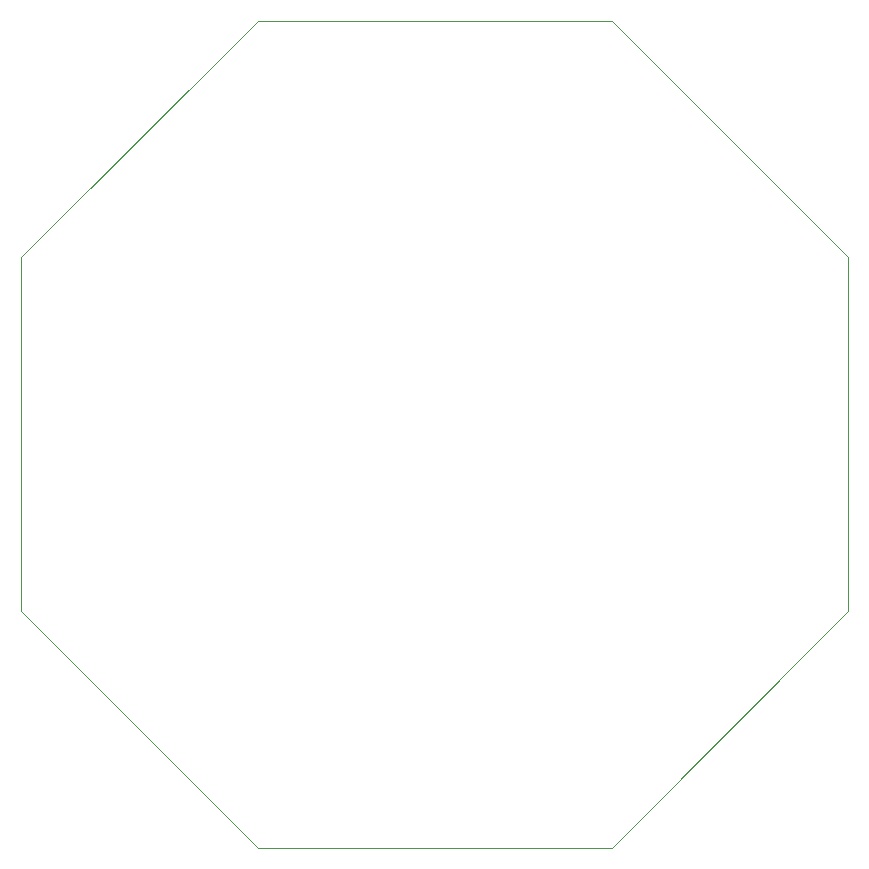
<source format=gbr>
%TF.GenerationSoftware,KiCad,Pcbnew,8.0.1*%
%TF.CreationDate,2024-05-14T21:45:12-04:00*%
%TF.ProjectId,MainPCBV2,4d61696e-5043-4425-9632-2e6b69636164,rev?*%
%TF.SameCoordinates,PX7270e00PY7bfa480*%
%TF.FileFunction,Profile,NP*%
%FSLAX45Y45*%
G04 Gerber Fmt 4.5, Leading zero omitted, Abs format (unit mm)*
G04 Created by KiCad (PCBNEW 8.0.1) date 2024-05-14 21:45:12*
%MOMM*%
%LPD*%
G01*
G04 APERTURE LIST*
%TA.AperFunction,Profile*%
%ADD10C,0.100000*%
%TD*%
G04 APERTURE END LIST*
D10*
X7000000Y5000000D02*
X7000000Y2000000D01*
X5000000Y0D01*
X2000000Y0D01*
X0Y2000000D01*
X0Y5000000D01*
X2000000Y7000000D01*
X5000000Y7000000D01*
X7000000Y5000000D01*
M02*

</source>
